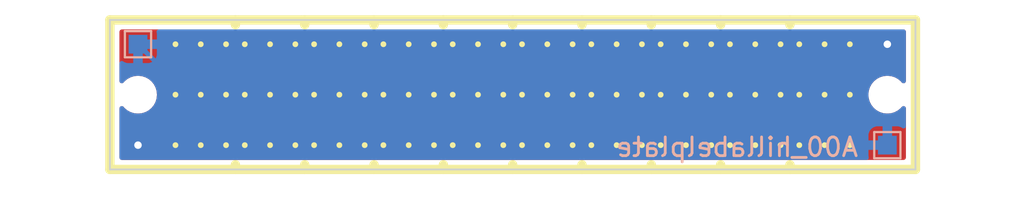
<source format=kicad_pcb>
(kicad_pcb (version 20211014) (generator pcbnew)
  (layers (0 "F.Cu" signal) (31 "B.Cu" signal) (34 "B.Paste" user) (35 "F.Paste" user) (36 "B.SilkS" user "B.Silkscreen") (37 "F.SilkS" user "F.Silkscreen") (38 "B.Mask" user) (39 "F.Mask" user) (44 "Edge.Cuts" user))
  (net 0 "")
  (net 1 "GND")
  (footprint "MountingHoleSmall:MountingHole_1mm" (layer "F.Cu") (at 101.5 104)
    (fp_text reference "REF**" hide)
    (fp_text value "MountingHole_1mm")
    (pad "" np_thru_hole circle locked (at 0 0) (size 1 1) (drill 1) (layers *.Cu *.Mask))
  )
  (footprint "MountingHoleSmall:MountingHole_1mm" (layer "F.Cu") (at 141.5 104)
    (fp_text reference "REF**" hide)
    (fp_text value "MountingHole_1mm")
    (pad "" np_thru_hole circle locked (at 0 0) (size 1 1) (drill 1) (layers *.Cu *.Mask))
  )
  (footprint "TestPoint:TestPoint_Pad_1.0x1.0mm" (layer "B.Cu") (at 141.5 106.7 180)
    (fp_text reference "TP2" hide)
    (fp_text value "TestPoint")
    (fp_line (start -0.7 -0.7) (end -0.7 0.7) (layer "B.SilkS") (width 0.12))
    (fp_line (start 0.7 0.7) (end 0.7 -0.7) (layer "B.SilkS") (width 0.12))
    (fp_line (start 0.7 -0.7) (end -0.7 -0.7) (layer "B.SilkS") (width 0.12))
    (fp_line (start -0.7 0.7) (end 0.7 0.7) (layer "B.SilkS") (width 0.12))
    (pad "1" smd rect (at 0 0 180) (size 1 1) (layers "B.Cu" "B.Mask") (net 1 "GND"))
  )
  (footprint "TestPoint:TestPoint_Pad_1.0x1.0mm" (layer "B.Cu") (at 101.5 101.3 180)
    (fp_text reference "TP1" hide)
    (fp_text value "TestPoint")
    (fp_line (start -0.7 0.7) (end 0.7 0.7) (layer "B.SilkS") (width 0.12))
    (fp_line (start 0.7 -0.7) (end -0.7 -0.7) (layer "B.SilkS") (width 0.12))
    (fp_line (start 0.7 0.7) (end 0.7 -0.7) (layer "B.SilkS") (width 0.12))
    (fp_line (start -0.7 -0.7) (end -0.7 0.7) (layer "B.SilkS") (width 0.12))
    (pad "1" smd rect (at 0 0 180) (size 1 1) (layers "B.Cu" "B.Mask") (net 1 "GND"))
  )
  (gr_circle (center 124.7 104) (end 124.78 104) (layer "F.SilkS") (width 0.15) (fill none))
  (gr_line (start 110.4 100) (end 110.4 100.25) (layer "F.SilkS") (width 0.5))
  (gr_circle (center 130.75 101.3) (end 130.83 101.3) (layer "F.SilkS") (width 0.15) (fill none))
  (gr_circle (center 132.1 101.3) (end 132.18 101.3) (layer "F.SilkS") (width 0.15) (fill none))
  (gr_circle (center 128.4 104) (end 128.48 104) (layer "F.SilkS") (width 0.15) (fill none))
  (gr_line (start 121.5 107.75) (end 121.5 108) (layer "F.SilkS") (width 0.5))
  (gr_circle (center 121 104) (end 121.08 104) (layer "F.SilkS") (width 0.15) (fill none))
  (gr_circle (center 125.7 101.3) (end 125.78 101.3) (layer "F.SilkS") (width 0.15) (fill none))
  (gr_circle (center 112.25 101.3) (end 112.33 101.3) (layer "F.SilkS") (width 0.15) (fill none))
  (gr_circle (center 123.35 104) (end 123.43 104) (layer "F.SilkS") (width 0.15) (fill none))
  (gr_circle (center 110.9 106.7) (end 110.98 106.7) (layer "F.SilkS") (width 0.15) (fill none))
  (gr_circle (center 113.6 106.7) (end 113.68 106.7) (layer "F.SilkS") (width 0.15) (fill none))
  (gr_circle (center 114.6 106.7) (end 114.68 106.7) (layer "F.SilkS") (width 0.15) (fill none))
  (gr_line (start 125.2 107.75) (end 125.2 108) (layer "F.SilkS") (width 0.5))
  (gr_line (start 128.9 100) (end 128.9 100.25) (layer "F.SilkS") (width 0.5))
  (gr_circle (center 118.3 104) (end 118.38 104) (layer "F.SilkS") (width 0.15) (fill none))
  (gr_circle (center 129.4 106.7) (end 129.48 106.7) (layer "F.SilkS") (width 0.15) (fill none))
  (gr_circle (center 138.15 106.7) (end 138.23 106.7) (layer "F.SilkS") (width 0.15) (fill none))
  (gr_circle (center 133.1 104) (end 133.18 104) (layer "F.SilkS") (width 0.15) (fill none))
  (gr_circle (center 125.7 104) (end 125.78 104) (layer "F.SilkS") (width 0.15) (fill none))
  (gr_circle (center 122 101.3) (end 122.08 101.3) (layer "F.SilkS") (width 0.15) (fill none))
  (gr_circle (center 130.75 106.7) (end 130.83 106.7) (layer "F.SilkS") (width 0.15) (fill none))
  (gr_circle (center 118.3 101.3) (end 118.38 101.3) (layer "F.SilkS") (width 0.15) (fill none))
  (gr_circle (center 119.65 101.3) (end 119.73 101.3) (layer "F.SilkS") (width 0.15) (fill none))
  (gr_circle (center 139.5 104) (end 139.58 104) (layer "F.SilkS") (width 0.15) (fill none))
  (gr_circle (center 132.1 104) (end 132.18 104) (layer "F.SilkS") (width 0.15) (fill none))
  (gr_line (start 136.3 107.75) (end 136.3 108) (layer "F.SilkS") (width 0.5))
  (gr_circle (center 138.15 104) (end 138.23 104) (layer "F.SilkS") (width 0.15) (fill none))
  (gr_circle (center 132.1 106.7) (end 132.18 106.7) (layer "F.SilkS") (width 0.15) (fill none))
  (gr_circle (center 103.5 101.3) (end 103.58 101.3) (layer "F.SilkS") (width 0.15) (fill none))
  (gr_line (start 117.8 100) (end 117.8 100.25) (layer "F.SilkS") (width 0.5))
  (gr_circle (center 134.45 106.7) (end 134.53 106.7) (layer "F.SilkS") (width 0.15) (fill none))
  (gr_circle (center 133.1 106.7) (end 133.18 106.7) (layer "F.SilkS") (width 0.15) (fill none))
  (gr_circle (center 123.35 101.3) (end 123.43 101.3) (layer "F.SilkS") (width 0.15) (fill none))
  (gr_circle (center 117.3 106.7) (end 117.38 106.7) (layer "F.SilkS") (width 0.15) (fill none))
  (gr_circle (center 109.9 104) (end 109.98 104) (layer "F.SilkS") (width 0.15) (fill none))
  (gr_circle (center 107.2 104) (end 107.28 104) (layer "F.SilkS") (width 0.15) (fill none))
  (gr_circle (center 108.55 104) (end 108.63 104) (layer "F.SilkS") (width 0.15) (fill none))
  (gr_circle (center 117.3 101.3) (end 117.38 101.3) (layer "F.SilkS") (width 0.15) (fill none))
  (gr_circle (center 108.55 106.7) (end 108.63 106.7) (layer "F.SilkS") (width 0.15) (fill none))
  (gr_circle (center 115.95 104) (end 116.03 104) (layer "F.SilkS") (width 0.15) (fill none))
  (gr_circle (center 114.6 104) (end 114.68 104) (layer "F.SilkS") (width 0.15) (fill none))
  (gr_circle (center 135.8 104) (end 135.88 104) (layer "F.SilkS") (width 0.15) (fill none))
  (gr_circle (center 104.85 106.7) (end 104.93 106.7) (layer "F.SilkS") (width 0.15) (fill none))
  (gr_circle (center 130.75 104) (end 130.83 104) (layer "F.SilkS") (width 0.15) (fill none))
  (gr_circle (center 112.25 104) (end 112.33 104) (layer "F.SilkS") (width 0.15) (fill none))
  (gr_line (start 143 100) (end 143 108) (layer "F.SilkS") (width 0.5))
  (gr_circle (center 118.3 106.7) (end 118.38 106.7) (layer "F.SilkS") (width 0.15) (fill none))
  (gr_circle (center 128.4 106.7) (end 128.48 106.7) (layer "F.SilkS") (width 0.15) (fill none))
  (gr_circle (center 106.2 101.3) (end 106.28 101.3) (layer "F.SilkS") (width 0.15) (fill none))
  (gr_circle (center 113.6 104) (end 113.68 104) (layer "F.SilkS") (width 0.15) (fill none))
  (gr_circle (center 136.8 106.7) (end 136.88 106.7) (layer "F.SilkS") (width 0.15) (fill none))
  (gr_line (start 136.3 100) (end 136.3 100.25) (layer "F.SilkS") (width 0.5))
  (gr_circle (center 103.5 104) (end 103.58 104) (layer "F.SilkS") (width 0.15) (fill none))
  (gr_circle (center 119.65 106.7) (end 119.73 106.7) (layer "F.SilkS") (width 0.15) (fill none))
  (gr_circle (center 136.8 104) (end 136.88 104) (layer "F.SilkS") (width 0.15) (fill none))
  (gr_circle (center 136.8 101.3) (end 136.88 101.3) (layer "F.SilkS") (width 0.15) (fill none))
  (gr_line (start 106.7 107.75) (end 106.7 108) (layer "F.SilkS") (width 0.5))
  (gr_circle (center 129.4 101.3) (end 129.48 101.3) (layer "F.SilkS") (width 0.15) (fill none))
  (gr_circle (center 124.7 101.3) (end 124.78 101.3) (layer "F.SilkS") (width 0.15) (fill none))
  (gr_line (start 117.8 107.75) (end 117.8 108) (layer "F.SilkS") (width 0.5))
  (gr_circle (center 133.1 101.3) (end 133.18 101.3) (layer "F.SilkS") (width 0.15) (fill none))
  (gr_circle (center 134.45 101.3) (end 134.53 101.3) (layer "F.SilkS") (width 0.15) (fill none))
  (gr_circle (center 115.95 106.7) (end 116.03 106.7) (layer "F.SilkS") (width 0.15) (fill none))
  (gr_line (start 132.6 100) (end 132.6 100.25) (layer "F.SilkS") (width 0.5))
  (gr_circle (center 106.2 104) (end 106.28 104) (layer "F.SilkS") (width 0.15) (fill none))
  (gr_circle (center 122 106.7) (end 122.08 106.7) (layer "F.SilkS") (width 0.15) (fill none))
  (gr_circle (center 108.55 101.3) (end 108.63 101.3) (layer "F.SilkS") (width 0.15) (fill none))
  (gr_circle (center 134.45 104) (end 134.53 104) (layer "F.SilkS") (width 0.15) (fill none))
  (gr_circle (center 124.7 106.7) (end 124.78 106.7) (layer "F.SilkS") (width 0.15) (fill none))
  (gr_line (start 121.5 100) (end 121.5 100.25) (layer "F.SilkS") (width 0.5))
  (gr_circle (center 109.9 101.3) (end 109.98 101.3) (layer "F.SilkS") (width 0.15) (fill none))
  (gr_circle (center 122 104) (end 122.08 104) (layer "F.SilkS") (width 0.15) (fill none))
  (gr_circle (center 110.9 104) (end 110.98 104) (layer "F.SilkS") (width 0.15) (fill none))
  (gr_circle (center 125.7 106.7) (end 125.78 106.7) (layer "F.SilkS") (width 0.15) (fill none))
  (gr_circle (center 138.15 101.3) (end 138.23 101.3) (layer "F.SilkS") (width 0.15) (fill none))
  (gr_circle (center 103.5 106.7) (end 103.58 106.7) (layer "F.SilkS") (width 0.15) (fill none))
  (gr_line (start 128.9 107.75) (end 128.9 108) (layer "F.SilkS") (width 0.5))
  (gr_circle (center 123.35 106.7) (end 123.43 106.7) (layer "F.SilkS") (width 0.15) (fill none))
  (gr_circle (center 127.05 106.7) (end 127.13 106.7) (layer "F.SilkS") (width 0.15) (fill none))
  (gr_circle (center 114.6 101.3) (end 114.68 101.3) (layer "F.SilkS") (width 0.15) (fill none))
  (gr_line (start 100 100) (end 143 100) (layer "F.SilkS") (width 0.5))
  (gr_line (start 125.2 100) (end 125.2 100.25) (layer "F.SilkS") (width 0.5))
  (gr_circle (center 104.85 104) (end 104.93 104) (layer "F.SilkS") (width 0.15) (fill none))
  (gr_line (start 100 108) (end 143 108) (layer "F.SilkS") (width 0.5))
  (gr_circle (center 121 101.3) (end 121.08 101.3) (layer "F.SilkS") (width 0.15) (fill none))
  (gr_circle (center 128.4 101.3) (end 128.48 101.3) (layer "F.SilkS") (width 0.15) (fill none))
  (gr_circle (center 129.4 104) (end 129.48 104) (layer "F.SilkS") (width 0.15) (fill none))
  (gr_circle (center 106.2 106.7) (end 106.28 106.7) (layer "F.SilkS") (width 0.15) (fill none))
  (gr_line (start 100 100) (end 100 108) (layer "F.SilkS") (width 0.5))
  (gr_circle (center 107.2 106.7) (end 107.28 106.7) (layer "F.SilkS") (width 0.15) (fill none))
  (gr_circle (center 112.25 106.7) (end 112.33 106.7) (layer "F.SilkS") (width 0.15) (fill none))
  (gr_line (start 110.4 107.75) (end 110.4 108) (layer "F.SilkS") (width 0.5))
  (gr_circle (center 109.9 106.7) (end 109.98 106.7) (layer "F.SilkS") (width 0.15) (fill none))
  (gr_circle (center 113.6 101.3) (end 113.68 101.3) (layer "F.SilkS") (width 0.15) (fill none))
  (gr_circle (center 139.5 106.7) (end 139.58 106.7) (layer "F.SilkS") (width 0.15) (fill none))
  (gr_circle (center 121 106.7) (end 121.08 106.7) (layer "F.SilkS") (width 0.15) (fill none))
  (gr_circle (center 127.05 104) (end 127.13 104) (layer "F.SilkS") (width 0.15) (fill none))
  (gr_circle (center 110.9 101.3) (end 110.98 101.3) (layer "F.SilkS") (width 0.15) (fill none))
  (gr_line (start 114.1 100) (end 114.1 100.25) (layer "F.SilkS") (width 0.5))
  (gr_circle (center 117.3 104) (end 117.38 104) (layer "F.SilkS") (width 0.15) (fill none))
  (gr_circle (center 127.05 101.3) (end 127.13 101.3) (layer "F.SilkS") (width 0.15) (fill none))
  (gr_circle (center 139.5 101.3) (end 139.58 101.3) (layer "F.SilkS") (width 0.15) (fill none))
  (gr_line (start 106.7 100) (end 106.7 100.25) (layer "F.SilkS") (width 0.5))
  (gr_line (start 114.1 107.75) (end 114.1 108) (layer "F.SilkS") (width 0.5))
  (gr_circle (center 135.8 106.7) (end 135.88 106.7) (layer "F.SilkS") (width 0.15) (fill none))
  (gr_circle (center 115.95 101.3) (end 116.03 101.3) (layer "F.SilkS") (width 0.15) (fill none))
  (gr_circle (center 104.85 101.3) (end 104.93 101.3) (layer "F.SilkS") (width 0.15) (fill none))
  (gr_circle (center 135.8 101.3) (end 135.88 101.3) (layer "F.SilkS") (width 0.15) (fill none))
  (gr_circle (center 107.2 101.3) (end 107.28 101.3) (layer "F.SilkS") (width 0.15) (fill none))
  (gr_line (start 132.6 107.75) (end 132.6 108) (layer "F.SilkS") (width 0.5))
  (gr_circle (center 119.65 104) (end 119.73 104) (layer "F.SilkS") (width 0.15) (fill none))
  (gr_line (start 100 100) (end 143 100) (layer "Edge.Cuts") (width 0.1))
  (gr_line (start 100 100) (end 100 108) (layer "Edge.Cuts") (width 0.1))
  (gr_line (start 100 108) (end 143 108) (layer "Edge.Cuts") (width 0.1))
  (gr_line (start 143 100) (end 143 108) (layer "Edge.Cuts") (width 0.1))
  (gr_text "A00_hillabelplate" (at 133.477 106.807) (layer "B.SilkS") (effects (font (size 1 1)) (justify mirror)))
  (via (at 141.5 101.3) (size 0.8) (drill 0.4) (layers "F.Cu" "B.Cu") (net 1))
  (via (at 101.5 106.7) (size 0.8) (drill 0.4) (layers "F.Cu" "B.Cu") (net 1))
  (segment (start 141.5 106.7) (end 106.9 106.7) (width 0.25) (layer "B.Cu") (net 1))
  (segment (start 106.9 106.7) (end 101.5 101.3) (width 0.25) (layer "B.Cu") (net 1))
  (zone (net 1) (net_name "GND") (layers F&B.Cu) (connect_pads (clearance 0.508)) (min_thickness 0.254) (fill yes (thermal_gap 0.508) (thermal_bridge_width 0.508))
    (polygon (pts (xy 143.891 108.966) (xy 99.187 109.093) (xy 99.187 98.933) (xy 144.018 98.933)))
  )
)
</source>
